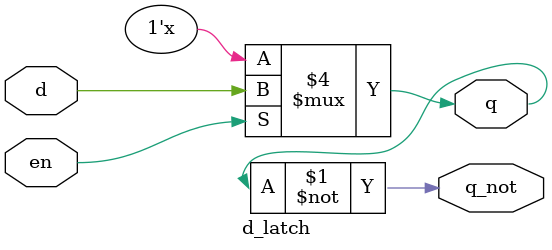
<source format=v>
`timescale 1ns / 1ps
/*
    Engineer: Rodrigo Becerril Ferreyra
    Company: California State University, Long Beach
    Project Name: Lab Test 2
    Start Date: 08 September 2020
    End Date: 08 September 2020
*/
module d_latch(
    input d,
    input en,
    output reg q,
    output q_not
);

assign q_not = ~q;

always @(*)
    if(en) q = d;

endmodule

</source>
